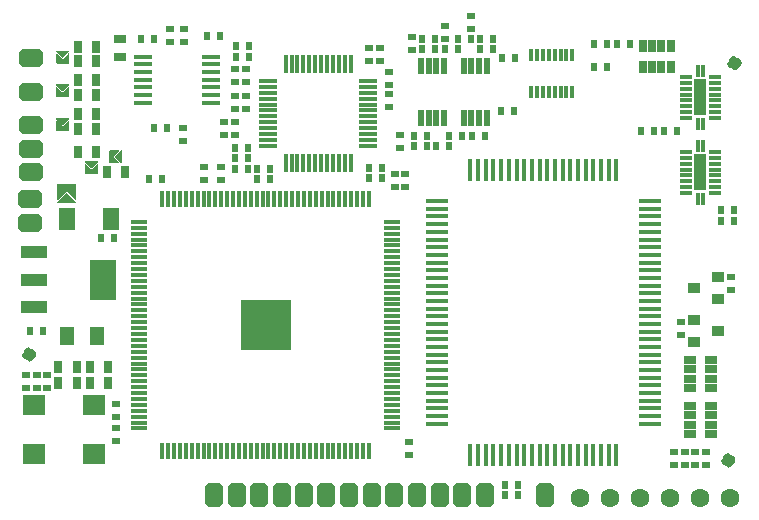
<source format=gts>
G04*
G04 #@! TF.GenerationSoftware,Altium Limited,Altium Designer,21.7.2 (23)*
G04*
G04 Layer_Color=8388736*
%FSAX44Y44*%
%MOMM*%
G71*
G04*
G04 #@! TF.SameCoordinates,9FC8B08E-5A0B-468E-A9A2-6B38CBE9F6CB*
G04*
G04*
G04 #@! TF.FilePolarity,Negative*
G04*
G01*
G75*
%ADD46C,0.9000*%
%ADD47R,1.9000X0.4500*%
%ADD48R,0.4500X1.9000*%
%ADD49R,0.4000X1.1000*%
%ADD50R,0.5000X1.4000*%
%ADD51R,1.0500X0.6500*%
%ADD52R,1.6500X0.4500*%
%ADD53R,1.5620X0.3794*%
%ADD54R,0.3794X1.5620*%
%ADD55R,1.3000X1.5000*%
%ADD56R,1.4000X1.9000*%
%ADD57R,2.2500X3.3500*%
%ADD58R,2.2500X1.1000*%
%ADD59R,0.2000X0.2000*%
%ADD60R,0.7500X1.1000*%
%ADD61R,1.1000X0.7500*%
%ADD62R,1.9000X1.7000*%
%ADD63R,1.4533X0.3794*%
%ADD64R,0.3794X1.4533*%
%ADD65R,4.2402X4.2402*%
%ADD66R,1.0000X0.3500*%
%ADD67R,0.3500X1.0000*%
%ADD68R,1.1000X3.1000*%
G04:AMPARAMS|DCode=69|XSize=1.6mm|YSize=2.1mm|CornerRadius=0mm|HoleSize=0mm|Usage=FLASHONLY|Rotation=180.000|XOffset=0mm|YOffset=0mm|HoleType=Round|Shape=Octagon|*
%AMOCTAGOND69*
4,1,8,0.4000,-1.0500,-0.4000,-1.0500,-0.8000,-0.6500,-0.8000,0.6500,-0.4000,1.0500,0.4000,1.0500,0.8000,0.6500,0.8000,-0.6500,0.4000,-1.0500,0.0*
%
%ADD69OCTAGOND69*%

%ADD70R,0.7000X0.6000*%
%ADD71R,1.0000X0.9000*%
%ADD72R,0.6000X0.7000*%
%ADD73R,0.6500X1.0500*%
G04:AMPARAMS|DCode=74|XSize=1.6mm|YSize=2.1mm|CornerRadius=0mm|HoleSize=0mm|Usage=FLASHONLY|Rotation=90.000|XOffset=0mm|YOffset=0mm|HoleType=Round|Shape=Octagon|*
%AMOCTAGOND74*
4,1,8,-1.0500,-0.4000,-1.0500,0.4000,-0.6500,0.8000,0.6500,0.8000,1.0500,0.4000,1.0500,-0.4000,0.6500,-0.8000,-0.6500,-0.8000,-1.0500,-0.4000,0.0*
%
%ADD74OCTAGOND74*%

%ADD75R,0.2000X0.2000*%
%ADD76C,1.6000*%
%ADD77C,3.1000*%
G36*
X00484348Y00897843D02*
X00484442Y00897814D01*
X00484529Y00897768D01*
X00484605Y00897705D01*
X00484668Y00897629D01*
X00484714Y00897542D01*
X00484743Y00897448D01*
X00484753Y00897350D01*
X00484744Y00897261D01*
X00484743Y00897252D01*
X00484714Y00897158D01*
X00484668Y00897071D01*
X00484634Y00897029D01*
X00484605Y00896995D01*
X00484605Y00896995D01*
X00479605Y00891995D01*
X00479529Y00891932D01*
X00479442Y00891886D01*
X00479348Y00891857D01*
X00479250Y00891848D01*
X00479152Y00891857D01*
X00479058Y00891886D01*
X00478971Y00891932D01*
X00478895Y00891995D01*
X00478895Y00891995D01*
X00473895Y00896995D01*
X00473833Y00897071D01*
X00473786Y00897158D01*
X00473779Y00897180D01*
X00473758Y00897252D01*
X00473753Y00897301D01*
X00473748Y00897350D01*
X00473753Y00897399D01*
X00473758Y00897448D01*
X00473779Y00897520D01*
X00473786Y00897542D01*
X00473833Y00897629D01*
X00473895Y00897705D01*
X00473971Y00897768D01*
X00474058Y00897814D01*
X00474080Y00897821D01*
X00474152Y00897843D01*
X00474201Y00897848D01*
X00474250Y00897852D01*
X00474250Y00897852D01*
X00484250D01*
X00484250Y00897852D01*
X00484348Y00897843D01*
D02*
G37*
G36*
X00504799Y00906848D02*
X00504848Y00906843D01*
X00504920Y00906821D01*
X00504942Y00906814D01*
X00505029Y00906768D01*
X00505105Y00906705D01*
X00505168Y00906629D01*
X00505214Y00906542D01*
X00505221Y00906520D01*
X00505243Y00906448D01*
X00505248Y00906399D01*
X00505252Y00906350D01*
X00505252Y00906350D01*
Y00896350D01*
X00505252Y00896350D01*
X00505243Y00896252D01*
X00505214Y00896158D01*
X00505168Y00896071D01*
X00505105Y00895995D01*
X00505029Y00895932D01*
X00504942Y00895886D01*
X00504848Y00895857D01*
X00504750Y00895848D01*
X00504661Y00895856D01*
X00504652Y00895857D01*
X00504558Y00895886D01*
X00504471Y00895932D01*
X00504429Y00895967D01*
X00504395Y00895995D01*
X00504395Y00895995D01*
X00499395Y00900995D01*
X00499332Y00901071D01*
X00499286Y00901158D01*
X00499257Y00901252D01*
X00499248Y00901350D01*
X00499257Y00901448D01*
X00499286Y00901542D01*
X00499332Y00901629D01*
X00499395Y00901705D01*
X00499395Y00901705D01*
X00504395Y00906705D01*
X00504471Y00906768D01*
X00504558Y00906814D01*
X00504580Y00906821D01*
X00504652Y00906843D01*
X00504701Y00906848D01*
X00504750Y00906852D01*
X00504799Y00906848D01*
D02*
G37*
G36*
X00502299D02*
X00502348Y00906843D01*
X00502420Y00906821D01*
X00502442Y00906814D01*
X00502529Y00906768D01*
X00502605Y00906705D01*
X00502668Y00906629D01*
X00502714Y00906542D01*
X00502721Y00906520D01*
X00502743Y00906448D01*
X00502748Y00906399D01*
X00502752Y00906350D01*
X00502748Y00906301D01*
X00502743Y00906252D01*
X00502721Y00906180D01*
X00502714Y00906158D01*
X00502668Y00906071D01*
X00502605Y00905995D01*
X00497961Y00901350D01*
X00502605Y00896705D01*
X00502668Y00896629D01*
X00502714Y00896542D01*
X00502743Y00896448D01*
X00502752Y00896350D01*
X00502743Y00896252D01*
X00502714Y00896158D01*
X00502668Y00896071D01*
X00502605Y00895995D01*
X00502529Y00895932D01*
X00502442Y00895886D01*
X00502348Y00895857D01*
X00502250Y00895848D01*
X00502250Y00895848D01*
X00494750D01*
X00494652Y00895857D01*
X00494558Y00895886D01*
X00494471Y00895932D01*
X00494395Y00895995D01*
X00494332Y00896071D01*
X00494286Y00896158D01*
X00494257Y00896252D01*
X00494248Y00896350D01*
Y00906350D01*
X00494257Y00906448D01*
X00494286Y00906542D01*
X00494332Y00906629D01*
X00494395Y00906705D01*
X00494471Y00906768D01*
X00494558Y00906814D01*
X00494652Y00906843D01*
X00494750Y00906852D01*
X00502250D01*
X00502250Y00906852D01*
X00502299Y00906848D01*
D02*
G37*
G36*
X00484348Y00895343D02*
X00484442Y00895314D01*
X00484529Y00895268D01*
X00484605Y00895205D01*
X00484668Y00895129D01*
X00484714Y00895042D01*
X00484743Y00894948D01*
X00484753Y00894850D01*
X00484753Y00894850D01*
Y00887350D01*
X00484743Y00887252D01*
X00484714Y00887158D01*
X00484668Y00887071D01*
X00484605Y00886995D01*
X00484529Y00886932D01*
X00484442Y00886886D01*
X00484348Y00886857D01*
X00484250Y00886848D01*
X00474250D01*
X00474152Y00886857D01*
X00474058Y00886886D01*
X00473971Y00886932D01*
X00473895Y00886995D01*
X00473833Y00887071D01*
X00473786Y00887158D01*
X00473758Y00887252D01*
X00473748Y00887350D01*
Y00894850D01*
X00473748Y00894850D01*
X00473753Y00894899D01*
X00473758Y00894948D01*
X00473779Y00895020D01*
X00473786Y00895042D01*
X00473833Y00895129D01*
X00473895Y00895205D01*
X00473971Y00895268D01*
X00474058Y00895314D01*
X00474080Y00895321D01*
X00474152Y00895343D01*
X00474201Y00895348D01*
X00474250Y00895352D01*
X00474299Y00895348D01*
X00474348Y00895343D01*
X00474421Y00895321D01*
X00474442Y00895314D01*
X00474529Y00895268D01*
X00474605Y00895205D01*
X00479250Y00890561D01*
X00483895Y00895205D01*
X00483971Y00895268D01*
X00484058Y00895314D01*
X00484152Y00895343D01*
X00484250Y00895352D01*
X00484348Y00895343D01*
D02*
G37*
G36*
X00465848Y00878343D02*
X00465942Y00878314D01*
X00466029Y00878268D01*
X00466105Y00878205D01*
X00466168Y00878129D01*
X00466214Y00878042D01*
X00466243Y00877948D01*
X00466252Y00877850D01*
Y00865350D01*
X00466253Y00865350D01*
X00466248Y00865301D01*
X00466243Y00865252D01*
X00466221Y00865180D01*
X00466214Y00865158D01*
X00466168Y00865071D01*
X00466105Y00864995D01*
X00466029Y00864932D01*
X00465942Y00864886D01*
X00465920Y00864879D01*
X00465848Y00864857D01*
X00465799Y00864852D01*
X00465750Y00864848D01*
X00465701Y00864852D01*
X00465652Y00864857D01*
X00465580Y00864879D01*
X00465558Y00864886D01*
X00465471Y00864932D01*
X00465395Y00864995D01*
X00458250Y00872140D01*
X00451105Y00864995D01*
X00451105Y00864995D01*
X00451029Y00864932D01*
X00450942Y00864886D01*
X00450920Y00864879D01*
X00450848Y00864857D01*
X00450750Y00864848D01*
X00450652Y00864857D01*
X00450558Y00864886D01*
X00450471Y00864932D01*
X00450395Y00864995D01*
X00450332Y00865071D01*
X00450286Y00865158D01*
X00450257Y00865252D01*
X00450248Y00865350D01*
Y00877850D01*
X00450257Y00877948D01*
X00450286Y00878042D01*
X00450332Y00878129D01*
X00450395Y00878205D01*
X00450471Y00878268D01*
X00450558Y00878314D01*
X00450652Y00878343D01*
X00450750Y00878352D01*
X00465750D01*
X00465848Y00878343D01*
D02*
G37*
G36*
X00458348Y00870843D02*
X00458414Y00870823D01*
X00458442Y00870814D01*
X00458529Y00870768D01*
X00458605Y00870705D01*
X00458605Y00870705D01*
X00466105Y00863205D01*
X00466168Y00863129D01*
X00466214Y00863042D01*
X00466221Y00863020D01*
X00466243Y00862948D01*
X00466248Y00862899D01*
X00466253Y00862850D01*
X00466248Y00862801D01*
X00466243Y00862752D01*
X00466221Y00862680D01*
X00466214Y00862658D01*
X00466168Y00862571D01*
X00466105Y00862495D01*
X00466029Y00862432D01*
X00465942Y00862386D01*
X00465920Y00862379D01*
X00465848Y00862357D01*
X00465799Y00862352D01*
X00465750Y00862348D01*
X00465750Y00862348D01*
X00450750D01*
X00450750Y00862348D01*
X00450701Y00862352D01*
X00450652Y00862357D01*
X00450580Y00862379D01*
X00450558Y00862386D01*
X00450471Y00862432D01*
X00450395Y00862495D01*
X00450332Y00862571D01*
X00450286Y00862658D01*
X00450279Y00862680D01*
X00450257Y00862752D01*
X00450252Y00862801D01*
X00450248Y00862850D01*
X00450252Y00862899D01*
X00450257Y00862948D01*
X00450279Y00863020D01*
X00450286Y00863042D01*
X00450332Y00863129D01*
X00450395Y00863205D01*
X00457895Y00870705D01*
X00457971Y00870768D01*
X00458058Y00870814D01*
X00458152Y00870843D01*
X00458250Y00870853D01*
X00458348Y00870843D01*
D02*
G37*
G36*
X00459848Y00991343D02*
X00459942Y00991314D01*
X00460029Y00991268D01*
X00460105Y00991205D01*
X00460168Y00991129D01*
X00460214Y00991042D01*
X00460243Y00990948D01*
X00460252Y00990850D01*
X00460244Y00990761D01*
X00460243Y00990752D01*
X00460214Y00990658D01*
X00460168Y00990571D01*
X00460133Y00990529D01*
X00460105Y00990495D01*
X00460105Y00990495D01*
X00455105Y00985495D01*
X00455029Y00985432D01*
X00454942Y00985386D01*
X00454848Y00985357D01*
X00454750Y00985348D01*
X00454652Y00985357D01*
X00454558Y00985386D01*
X00454471Y00985432D01*
X00454395Y00985495D01*
X00454395Y00985495D01*
X00449395Y00990495D01*
X00449332Y00990571D01*
X00449286Y00990658D01*
X00449279Y00990680D01*
X00449257Y00990752D01*
X00449252Y00990801D01*
X00449248Y00990850D01*
X00449252Y00990899D01*
X00449257Y00990948D01*
X00449279Y00991020D01*
X00449286Y00991042D01*
X00449332Y00991129D01*
X00449395Y00991205D01*
X00449471Y00991268D01*
X00449558Y00991314D01*
X00449580Y00991321D01*
X00449652Y00991343D01*
X00449701Y00991348D01*
X00449750Y00991352D01*
X00449750Y00991352D01*
X00459750D01*
X00459750Y00991352D01*
X00459848Y00991343D01*
D02*
G37*
G36*
Y00988843D02*
X00459942Y00988814D01*
X00460029Y00988768D01*
X00460105Y00988705D01*
X00460168Y00988629D01*
X00460214Y00988542D01*
X00460243Y00988448D01*
X00460252Y00988350D01*
X00460252Y00988350D01*
Y00980850D01*
X00460243Y00980752D01*
X00460214Y00980658D01*
X00460168Y00980571D01*
X00460105Y00980495D01*
X00460029Y00980432D01*
X00459942Y00980386D01*
X00459848Y00980357D01*
X00459750Y00980348D01*
X00449750D01*
X00449652Y00980357D01*
X00449558Y00980386D01*
X00449471Y00980432D01*
X00449395Y00980495D01*
X00449332Y00980571D01*
X00449286Y00980658D01*
X00449257Y00980752D01*
X00449248Y00980850D01*
Y00988350D01*
X00449248Y00988350D01*
X00449252Y00988399D01*
X00449257Y00988448D01*
X00449279Y00988520D01*
X00449286Y00988542D01*
X00449332Y00988629D01*
X00449395Y00988705D01*
X00449471Y00988768D01*
X00449558Y00988814D01*
X00449580Y00988821D01*
X00449652Y00988843D01*
X00449701Y00988848D01*
X00449750Y00988852D01*
X00449799Y00988848D01*
X00449848Y00988843D01*
X00449920Y00988821D01*
X00449942Y00988814D01*
X00450029Y00988768D01*
X00450105Y00988705D01*
X00454750Y00984061D01*
X00459395Y00988705D01*
X00459471Y00988768D01*
X00459558Y00988814D01*
X00459652Y00988843D01*
X00459750Y00988852D01*
X00459848Y00988843D01*
D02*
G37*
G36*
Y00962843D02*
X00459942Y00962814D01*
X00460029Y00962768D01*
X00460105Y00962705D01*
X00460168Y00962629D01*
X00460214Y00962542D01*
X00460243Y00962448D01*
X00460252Y00962350D01*
X00460244Y00962261D01*
X00460243Y00962252D01*
X00460214Y00962158D01*
X00460168Y00962071D01*
X00460133Y00962029D01*
X00460105Y00961995D01*
X00460105Y00961995D01*
X00455105Y00956995D01*
X00455029Y00956932D01*
X00454942Y00956886D01*
X00454848Y00956857D01*
X00454750Y00956848D01*
X00454652Y00956857D01*
X00454558Y00956886D01*
X00454471Y00956932D01*
X00454395Y00956995D01*
X00454395Y00956995D01*
X00449395Y00961995D01*
X00449332Y00962071D01*
X00449286Y00962158D01*
X00449279Y00962180D01*
X00449257Y00962252D01*
X00449252Y00962301D01*
X00449248Y00962350D01*
X00449252Y00962399D01*
X00449257Y00962448D01*
X00449279Y00962520D01*
X00449286Y00962542D01*
X00449332Y00962629D01*
X00449395Y00962705D01*
X00449471Y00962768D01*
X00449558Y00962814D01*
X00449580Y00962821D01*
X00449652Y00962843D01*
X00449701Y00962848D01*
X00449750Y00962852D01*
X00449750Y00962852D01*
X00459750D01*
X00459750Y00962852D01*
X00459848Y00962843D01*
D02*
G37*
G36*
Y00960343D02*
X00459942Y00960314D01*
X00460029Y00960268D01*
X00460105Y00960205D01*
X00460168Y00960129D01*
X00460214Y00960042D01*
X00460243Y00959948D01*
X00460252Y00959850D01*
X00460252Y00959850D01*
Y00952350D01*
X00460243Y00952252D01*
X00460214Y00952158D01*
X00460168Y00952071D01*
X00460105Y00951995D01*
X00460029Y00951932D01*
X00459942Y00951886D01*
X00459848Y00951857D01*
X00459750Y00951848D01*
X00449750D01*
X00449652Y00951857D01*
X00449558Y00951886D01*
X00449471Y00951932D01*
X00449395Y00951995D01*
X00449332Y00952071D01*
X00449286Y00952158D01*
X00449257Y00952252D01*
X00449248Y00952350D01*
Y00959850D01*
X00449248Y00959850D01*
X00449252Y00959899D01*
X00449257Y00959948D01*
X00449279Y00960020D01*
X00449286Y00960042D01*
X00449332Y00960129D01*
X00449395Y00960205D01*
X00449471Y00960268D01*
X00449558Y00960314D01*
X00449580Y00960321D01*
X00449652Y00960343D01*
X00449701Y00960348D01*
X00449750Y00960352D01*
X00449799Y00960348D01*
X00449848Y00960343D01*
X00449920Y00960321D01*
X00449942Y00960314D01*
X00450029Y00960268D01*
X00450105Y00960205D01*
X00454750Y00955561D01*
X00459395Y00960205D01*
X00459471Y00960268D01*
X00459558Y00960314D01*
X00459652Y00960343D01*
X00459750Y00960352D01*
X00459848Y00960343D01*
D02*
G37*
G36*
Y00934343D02*
X00459942Y00934314D01*
X00460029Y00934268D01*
X00460105Y00934205D01*
X00460168Y00934129D01*
X00460214Y00934042D01*
X00460243Y00933948D01*
X00460252Y00933850D01*
X00460244Y00933761D01*
X00460243Y00933752D01*
X00460214Y00933658D01*
X00460168Y00933571D01*
X00460133Y00933529D01*
X00460105Y00933495D01*
X00460105Y00933495D01*
X00455105Y00928495D01*
X00455029Y00928432D01*
X00454942Y00928386D01*
X00454848Y00928357D01*
X00454750Y00928347D01*
X00454652Y00928357D01*
X00454558Y00928386D01*
X00454471Y00928432D01*
X00454395Y00928495D01*
X00454395Y00928495D01*
X00449395Y00933495D01*
X00449332Y00933571D01*
X00449286Y00933658D01*
X00449279Y00933680D01*
X00449257Y00933752D01*
X00449252Y00933801D01*
X00449248Y00933850D01*
X00449252Y00933899D01*
X00449257Y00933948D01*
X00449279Y00934020D01*
X00449286Y00934042D01*
X00449332Y00934129D01*
X00449395Y00934205D01*
X00449471Y00934268D01*
X00449558Y00934314D01*
X00449580Y00934321D01*
X00449652Y00934343D01*
X00449701Y00934348D01*
X00449750Y00934352D01*
X00449750Y00934352D01*
X00459750D01*
X00459750Y00934352D01*
X00459848Y00934343D01*
D02*
G37*
G36*
Y00931843D02*
X00459942Y00931814D01*
X00460029Y00931768D01*
X00460105Y00931705D01*
X00460168Y00931629D01*
X00460214Y00931542D01*
X00460243Y00931448D01*
X00460252Y00931350D01*
X00460252Y00931350D01*
Y00923850D01*
X00460243Y00923752D01*
X00460214Y00923658D01*
X00460168Y00923571D01*
X00460105Y00923495D01*
X00460029Y00923432D01*
X00459942Y00923386D01*
X00459848Y00923357D01*
X00459750Y00923348D01*
X00449750D01*
X00449652Y00923357D01*
X00449558Y00923386D01*
X00449471Y00923432D01*
X00449395Y00923495D01*
X00449332Y00923571D01*
X00449286Y00923658D01*
X00449257Y00923752D01*
X00449248Y00923850D01*
Y00931350D01*
X00449248Y00931350D01*
X00449252Y00931399D01*
X00449257Y00931448D01*
X00449279Y00931520D01*
X00449286Y00931542D01*
X00449332Y00931629D01*
X00449395Y00931705D01*
X00449471Y00931768D01*
X00449558Y00931814D01*
X00449580Y00931821D01*
X00449652Y00931843D01*
X00449701Y00931848D01*
X00449750Y00931852D01*
X00449799Y00931848D01*
X00449848Y00931843D01*
X00449920Y00931821D01*
X00449942Y00931814D01*
X00450029Y00931768D01*
X00450105Y00931705D01*
X00454750Y00927060D01*
X00459395Y00931705D01*
X00459471Y00931768D01*
X00459558Y00931814D01*
X00459652Y00931843D01*
X00459750Y00931852D01*
X00459848Y00931843D01*
D02*
G37*
D46*
X00427750Y00734100D02*
G03*
X00427750Y00734100I-00001500J00000000D01*
G01*
X01025000Y00980600D02*
G03*
X01025000Y00980600I-00001500J00000000D01*
G01*
X01019750Y00644350D02*
G03*
X01019750Y00644350I-00001500J00000000D01*
G01*
D47*
X00771750Y00857350D02*
D03*
Y00863850D02*
D03*
Y00850850D02*
D03*
Y00837850D02*
D03*
Y00844350D02*
D03*
Y00824850D02*
D03*
Y00831350D02*
D03*
Y00811850D02*
D03*
Y00818350D02*
D03*
Y00798850D02*
D03*
Y00805350D02*
D03*
Y00785850D02*
D03*
Y00792350D02*
D03*
Y00772850D02*
D03*
Y00779350D02*
D03*
Y00688350D02*
D03*
Y00681850D02*
D03*
Y00701350D02*
D03*
Y00694850D02*
D03*
Y00714350D02*
D03*
Y00707850D02*
D03*
Y00727350D02*
D03*
Y00720850D02*
D03*
Y00740350D02*
D03*
Y00733850D02*
D03*
Y00753350D02*
D03*
Y00746850D02*
D03*
Y00759850D02*
D03*
Y00766350D02*
D03*
Y00675350D02*
D03*
X00951750Y00863850D02*
D03*
Y00772850D02*
D03*
Y00779350D02*
D03*
Y00792350D02*
D03*
Y00785850D02*
D03*
Y00805350D02*
D03*
Y00798850D02*
D03*
Y00818350D02*
D03*
Y00811850D02*
D03*
Y00831350D02*
D03*
Y00824850D02*
D03*
Y00844350D02*
D03*
Y00837850D02*
D03*
Y00857350D02*
D03*
Y00850850D02*
D03*
Y00759850D02*
D03*
Y00766350D02*
D03*
Y00746850D02*
D03*
Y00753350D02*
D03*
Y00733850D02*
D03*
Y00740350D02*
D03*
Y00720850D02*
D03*
Y00727350D02*
D03*
Y00707850D02*
D03*
Y00714350D02*
D03*
Y00694850D02*
D03*
Y00701350D02*
D03*
Y00688350D02*
D03*
Y00675350D02*
D03*
Y00681850D02*
D03*
D48*
X00897500Y00648600D02*
D03*
X00904000D02*
D03*
X00917000D02*
D03*
X00910500D02*
D03*
X00923500D02*
D03*
X00884500D02*
D03*
X00891000D02*
D03*
X00871500D02*
D03*
X00878000D02*
D03*
X00858500D02*
D03*
X00865000D02*
D03*
X00845500D02*
D03*
X00852000D02*
D03*
X00832500D02*
D03*
X00839000D02*
D03*
X00819500D02*
D03*
X00826000D02*
D03*
X00813000D02*
D03*
X00800000D02*
D03*
X00806500D02*
D03*
X00917000Y00890600D02*
D03*
X00923500D02*
D03*
X00910500D02*
D03*
X00897500D02*
D03*
X00904000D02*
D03*
X00884500D02*
D03*
X00891000D02*
D03*
X00871500D02*
D03*
X00878000D02*
D03*
X00858500D02*
D03*
X00865000D02*
D03*
X00845500D02*
D03*
X00852000D02*
D03*
X00832500D02*
D03*
X00839000D02*
D03*
X00800000D02*
D03*
X00813000D02*
D03*
X00806500D02*
D03*
X00819500D02*
D03*
X00826000D02*
D03*
D49*
X00851250Y00956600D02*
D03*
X00856250D02*
D03*
X00861250D02*
D03*
X00866250D02*
D03*
X00871250D02*
D03*
X00876250D02*
D03*
X00881250D02*
D03*
X00886250D02*
D03*
X00851250Y00987600D02*
D03*
X00856250D02*
D03*
X00861250D02*
D03*
X00866250D02*
D03*
X00871250D02*
D03*
X00876250D02*
D03*
X00881250D02*
D03*
X00886250D02*
D03*
D50*
X00777500Y00977850D02*
D03*
X00771000D02*
D03*
X00764500D02*
D03*
X00758000D02*
D03*
X00777500Y00933850D02*
D03*
X00771000D02*
D03*
X00764500D02*
D03*
X00758000D02*
D03*
X00813750Y00977850D02*
D03*
X00807250D02*
D03*
X00800750D02*
D03*
X00794250D02*
D03*
X00813750Y00933850D02*
D03*
X00807250D02*
D03*
X00800750D02*
D03*
X00794250D02*
D03*
D51*
X00985750Y00690600D02*
D03*
Y00682600D02*
D03*
Y00674600D02*
D03*
Y00666600D02*
D03*
X01003750Y00690600D02*
D03*
Y00682600D02*
D03*
Y00674600D02*
D03*
Y00666600D02*
D03*
Y00705600D02*
D03*
Y00713600D02*
D03*
Y00721600D02*
D03*
Y00729600D02*
D03*
X00985750Y00705600D02*
D03*
Y00713600D02*
D03*
Y00721600D02*
D03*
Y00729600D02*
D03*
D52*
X00580250Y00947100D02*
D03*
Y00953600D02*
D03*
Y00960100D02*
D03*
Y00966600D02*
D03*
Y00973100D02*
D03*
Y00979600D02*
D03*
Y00986100D02*
D03*
X00522750Y00947100D02*
D03*
Y00953600D02*
D03*
Y00960100D02*
D03*
Y00966600D02*
D03*
Y00973100D02*
D03*
Y00979600D02*
D03*
Y00986100D02*
D03*
D53*
X00713164Y00960600D02*
D03*
Y00955600D02*
D03*
Y00965600D02*
D03*
Y00950600D02*
D03*
Y00945600D02*
D03*
Y00940600D02*
D03*
Y00935600D02*
D03*
Y00925600D02*
D03*
Y00920600D02*
D03*
Y00930600D02*
D03*
Y00915600D02*
D03*
Y00910600D02*
D03*
X00628836Y00965600D02*
D03*
Y00955600D02*
D03*
Y00950600D02*
D03*
Y00960600D02*
D03*
Y00945600D02*
D03*
Y00940600D02*
D03*
Y00935600D02*
D03*
Y00925600D02*
D03*
Y00920600D02*
D03*
Y00930600D02*
D03*
Y00915600D02*
D03*
Y00910600D02*
D03*
D54*
X00693500Y00980264D02*
D03*
X00698500D02*
D03*
X00683500D02*
D03*
X00688500D02*
D03*
X00678500D02*
D03*
X00673500D02*
D03*
X00693500Y00895936D02*
D03*
X00698500D02*
D03*
X00683500D02*
D03*
X00688500D02*
D03*
X00678500D02*
D03*
X00673500D02*
D03*
X00663500Y00980264D02*
D03*
X00668500D02*
D03*
X00653500D02*
D03*
X00658500D02*
D03*
X00648500D02*
D03*
X00643500D02*
D03*
X00663500Y00895936D02*
D03*
X00668500D02*
D03*
X00653500D02*
D03*
X00658500D02*
D03*
X00648500D02*
D03*
X00643500D02*
D03*
D55*
X00458000Y00749350D02*
D03*
X00484000D02*
D03*
D56*
X00458250Y00849100D02*
D03*
X00495250D02*
D03*
D57*
X00488750Y00797350D02*
D03*
D58*
X00430250Y00820350D02*
D03*
Y00774350D02*
D03*
Y00797350D02*
D03*
D59*
X00458250Y00865850D02*
D03*
Y00877350D02*
D03*
X00479250Y00896850D02*
D03*
Y00887850D02*
D03*
X00454750Y00961850D02*
D03*
Y00952850D02*
D03*
Y00981350D02*
D03*
Y00990350D02*
D03*
Y00924350D02*
D03*
Y00933350D02*
D03*
D60*
X00483000Y00905850D02*
D03*
X00467500D02*
D03*
X00466500Y00709850D02*
D03*
X00451000D02*
D03*
X00466500Y00723100D02*
D03*
X00451000D02*
D03*
X00493500Y00709850D02*
D03*
X00478000D02*
D03*
X00493500Y00723100D02*
D03*
X00478000D02*
D03*
X00467500Y00925100D02*
D03*
X00483000D02*
D03*
X00467500Y00937600D02*
D03*
X00483000D02*
D03*
X00467500Y00953600D02*
D03*
X00483000D02*
D03*
X00467500Y00966100D02*
D03*
X00483000D02*
D03*
X00467500Y00982100D02*
D03*
X00483000D02*
D03*
X00467500Y00994600D02*
D03*
X00483000D02*
D03*
X00507500Y00888350D02*
D03*
X00492000D02*
D03*
D61*
X00503500Y01001350D02*
D03*
Y00985850D02*
D03*
D62*
X00430350Y00691350D02*
D03*
X00481150D02*
D03*
X00430350Y00649350D02*
D03*
X00481150D02*
D03*
D63*
X00733215Y00846350D02*
D03*
Y00841350D02*
D03*
Y00826350D02*
D03*
Y00821350D02*
D03*
Y00831350D02*
D03*
Y00811350D02*
D03*
Y00806350D02*
D03*
Y00816350D02*
D03*
Y00836350D02*
D03*
Y00796350D02*
D03*
Y00801350D02*
D03*
Y00781350D02*
D03*
Y00776350D02*
D03*
Y00786350D02*
D03*
Y00766350D02*
D03*
Y00761350D02*
D03*
Y00771350D02*
D03*
Y00791350D02*
D03*
Y00751350D02*
D03*
Y00756350D02*
D03*
Y00746350D02*
D03*
Y00731350D02*
D03*
Y00726350D02*
D03*
Y00736350D02*
D03*
Y00716350D02*
D03*
Y00711350D02*
D03*
Y00721350D02*
D03*
Y00741350D02*
D03*
Y00701350D02*
D03*
Y00706350D02*
D03*
Y00691350D02*
D03*
Y00686350D02*
D03*
Y00696350D02*
D03*
Y00676350D02*
D03*
Y00671350D02*
D03*
Y00681350D02*
D03*
X00519785Y00826350D02*
D03*
Y00846350D02*
D03*
Y00841350D02*
D03*
Y00836350D02*
D03*
Y00821350D02*
D03*
Y00816350D02*
D03*
Y00831350D02*
D03*
Y00806350D02*
D03*
Y00801350D02*
D03*
Y00811350D02*
D03*
Y00791350D02*
D03*
Y00796350D02*
D03*
Y00781350D02*
D03*
Y00776350D02*
D03*
Y00786350D02*
D03*
Y00766350D02*
D03*
Y00761350D02*
D03*
Y00771350D02*
D03*
Y00751350D02*
D03*
Y00746350D02*
D03*
Y00756350D02*
D03*
Y00731350D02*
D03*
Y00726350D02*
D03*
Y00736350D02*
D03*
Y00716350D02*
D03*
Y00711350D02*
D03*
Y00721350D02*
D03*
Y00741350D02*
D03*
Y00701350D02*
D03*
Y00706350D02*
D03*
Y00691350D02*
D03*
Y00686350D02*
D03*
Y00696350D02*
D03*
Y00676350D02*
D03*
Y00671350D02*
D03*
Y00681350D02*
D03*
D64*
X00714000Y00865565D02*
D03*
X00694000D02*
D03*
X00699000D02*
D03*
X00689000D02*
D03*
X00709000D02*
D03*
X00704000D02*
D03*
X00664000D02*
D03*
X00669000D02*
D03*
X00659000D02*
D03*
X00679000D02*
D03*
X00684000D02*
D03*
X00674000D02*
D03*
X00649000D02*
D03*
X00654000D02*
D03*
X00644000D02*
D03*
X00634000D02*
D03*
X00639000D02*
D03*
X00629000D02*
D03*
X00714000Y00652134D02*
D03*
X00694000D02*
D03*
X00699000D02*
D03*
X00689000D02*
D03*
X00709000D02*
D03*
X00704000D02*
D03*
X00664000D02*
D03*
X00669000D02*
D03*
X00659000D02*
D03*
X00679000D02*
D03*
X00684000D02*
D03*
X00674000D02*
D03*
X00649000D02*
D03*
X00654000D02*
D03*
X00644000D02*
D03*
X00634000D02*
D03*
X00639000D02*
D03*
X00629000D02*
D03*
X00604000Y00865565D02*
D03*
X00609000D02*
D03*
X00599000D02*
D03*
X00619000D02*
D03*
X00624000D02*
D03*
X00614000D02*
D03*
X00574000D02*
D03*
X00579000D02*
D03*
X00569000D02*
D03*
X00589000D02*
D03*
X00594000D02*
D03*
X00584000D02*
D03*
X00564000D02*
D03*
X00559000D02*
D03*
X00544000D02*
D03*
X00549000D02*
D03*
X00539000D02*
D03*
X00554000D02*
D03*
X00604000Y00652134D02*
D03*
X00609000D02*
D03*
X00599000D02*
D03*
X00619000D02*
D03*
X00624000D02*
D03*
X00614000D02*
D03*
X00584000D02*
D03*
X00589000D02*
D03*
X00579000D02*
D03*
X00594000D02*
D03*
X00569000D02*
D03*
X00574000D02*
D03*
X00564000D02*
D03*
X00544000D02*
D03*
X00549000D02*
D03*
X00539000D02*
D03*
X00559000D02*
D03*
X00554000D02*
D03*
D65*
X00626500Y00758850D02*
D03*
D66*
X01007250Y00934100D02*
D03*
Y00939100D02*
D03*
Y00944100D02*
D03*
Y00949100D02*
D03*
Y00954100D02*
D03*
Y00959100D02*
D03*
Y00964100D02*
D03*
Y00969100D02*
D03*
X00982250D02*
D03*
Y00964100D02*
D03*
Y00959100D02*
D03*
Y00954100D02*
D03*
Y00949100D02*
D03*
Y00944100D02*
D03*
Y00939100D02*
D03*
Y00934100D02*
D03*
Y00870600D02*
D03*
Y00875600D02*
D03*
Y00880600D02*
D03*
Y00885600D02*
D03*
Y00890600D02*
D03*
Y00895600D02*
D03*
Y00900600D02*
D03*
Y00905600D02*
D03*
X01007250D02*
D03*
Y00900600D02*
D03*
Y00895600D02*
D03*
Y00890600D02*
D03*
Y00885600D02*
D03*
Y00880600D02*
D03*
Y00875600D02*
D03*
Y00870600D02*
D03*
D67*
X00997250Y00974100D02*
D03*
X00992250D02*
D03*
X00997250Y00929100D02*
D03*
X00992250D02*
D03*
X00997250Y00865600D02*
D03*
X00992250D02*
D03*
Y00910600D02*
D03*
X00997250D02*
D03*
D68*
X00994750Y00951600D02*
D03*
Y00888100D02*
D03*
D69*
X00640500Y00614850D02*
D03*
X00812500D02*
D03*
X00862750D02*
D03*
X00735500D02*
D03*
X00716250D02*
D03*
X00697000D02*
D03*
X00678000D02*
D03*
X00659000D02*
D03*
X00621000D02*
D03*
X00602000D02*
D03*
X00582750D02*
D03*
X00754750D02*
D03*
X00774000D02*
D03*
X00793250D02*
D03*
D70*
X00432750Y00705850D02*
D03*
Y00716850D02*
D03*
X00736000Y00886850D02*
D03*
Y00875850D02*
D03*
X00745000Y00886850D02*
D03*
Y00875850D02*
D03*
X00441750Y00716850D02*
D03*
Y00705850D02*
D03*
X01020500Y00788600D02*
D03*
Y00799600D02*
D03*
X00778137Y01012140D02*
D03*
Y01001140D02*
D03*
X00800250Y01009600D02*
D03*
Y01020600D02*
D03*
X00978500Y00750850D02*
D03*
Y00761850D02*
D03*
X00546000Y01009850D02*
D03*
X00591250Y00930600D02*
D03*
Y00919600D02*
D03*
X00600500Y00930600D02*
D03*
Y00919600D02*
D03*
X00600250Y00942100D02*
D03*
Y00953100D02*
D03*
X00609750Y00942100D02*
D03*
Y00953100D02*
D03*
X00600250Y00964350D02*
D03*
Y00975350D02*
D03*
X00609750Y00964350D02*
D03*
Y00975350D02*
D03*
X00588469Y00881959D02*
D03*
Y00892959D02*
D03*
X00972250Y00651350D02*
D03*
Y00640350D02*
D03*
X00750500Y00992100D02*
D03*
Y01003100D02*
D03*
X00557500Y00998850D02*
D03*
Y01009850D02*
D03*
X00556250Y00925600D02*
D03*
Y00914600D02*
D03*
X00740750Y00909100D02*
D03*
Y00920100D02*
D03*
X00546000Y00998850D02*
D03*
X00723500Y00982100D02*
D03*
Y00993100D02*
D03*
X00714500Y00982100D02*
D03*
Y00993100D02*
D03*
X00423750Y00716850D02*
D03*
Y00705850D02*
D03*
X00499500Y00692350D02*
D03*
Y00681350D02*
D03*
X00747750Y00649100D02*
D03*
Y00660100D02*
D03*
X00499500Y00660350D02*
D03*
Y00671350D02*
D03*
X00730740Y00973020D02*
D03*
Y00962020D02*
D03*
X00730750Y00954350D02*
D03*
Y00943350D02*
D03*
X00574750Y00892850D02*
D03*
Y00881850D02*
D03*
X00999250Y00640350D02*
D03*
Y00651350D02*
D03*
X00990250D02*
D03*
Y00640350D02*
D03*
X00981250Y00651350D02*
D03*
Y00640350D02*
D03*
D71*
X00989500Y00763600D02*
D03*
Y00744600D02*
D03*
X01009500Y00754100D02*
D03*
Y00780600D02*
D03*
Y00799600D02*
D03*
X00989500Y00790100D02*
D03*
D72*
X00923750Y00996600D02*
D03*
X00934750D02*
D03*
X00714000Y00883100D02*
D03*
X00725000D02*
D03*
X00619000Y00882600D02*
D03*
X00630000D02*
D03*
X01012000Y00847350D02*
D03*
X01023000D02*
D03*
X00825500Y00940100D02*
D03*
X00836500D02*
D03*
X00600250Y00900100D02*
D03*
X00611250D02*
D03*
X00600250Y00908850D02*
D03*
X00611250D02*
D03*
X00601250Y00994850D02*
D03*
X00612250D02*
D03*
X00601250Y00985600D02*
D03*
X00612250D02*
D03*
X00487000Y00832600D02*
D03*
X00498000D02*
D03*
X00714000Y00891850D02*
D03*
X00725000D02*
D03*
X01012000Y00856100D02*
D03*
X01023000D02*
D03*
X00963750Y00923600D02*
D03*
X00974750D02*
D03*
X00782250Y00919100D02*
D03*
X00793250D02*
D03*
X00808000Y00992600D02*
D03*
X00819000D02*
D03*
X00778250Y00992600D02*
D03*
X00789250D02*
D03*
X00758750Y01001350D02*
D03*
X00769750D02*
D03*
X00758750Y00992600D02*
D03*
X00769750D02*
D03*
X00771250Y00910350D02*
D03*
X00782250D02*
D03*
X00600250Y00891350D02*
D03*
X00611250D02*
D03*
X00542750Y00925600D02*
D03*
X00531750D02*
D03*
X00915750Y00996600D02*
D03*
X00904750D02*
D03*
Y00977350D02*
D03*
X00915750D02*
D03*
X00539250Y00882850D02*
D03*
X00528250D02*
D03*
X00801000Y00919100D02*
D03*
X00812000D02*
D03*
X00829250Y00614850D02*
D03*
X00840250D02*
D03*
X00829250Y00623600D02*
D03*
X00840250D02*
D03*
X00955750Y00923600D02*
D03*
X00752250Y00919100D02*
D03*
X00763250D02*
D03*
X00752250Y00910350D02*
D03*
X00763250D02*
D03*
X00577250Y01003600D02*
D03*
X00588250D02*
D03*
X00520750Y01001350D02*
D03*
X00531750D02*
D03*
X00827000Y00984850D02*
D03*
X00838000D02*
D03*
X00944750Y00923600D02*
D03*
X00630000Y00891350D02*
D03*
X00619000D02*
D03*
X00819000Y01001350D02*
D03*
X00808000D02*
D03*
X00800250Y01001350D02*
D03*
X00789250D02*
D03*
X00438250Y00754100D02*
D03*
X00427250D02*
D03*
D73*
X00969750Y00995600D02*
D03*
X00961750D02*
D03*
X00953750D02*
D03*
X00945750D02*
D03*
X00969750Y00977600D02*
D03*
X00961750D02*
D03*
X00953750D02*
D03*
X00945750D02*
D03*
D74*
X00427750Y00956600D02*
D03*
Y00985100D02*
D03*
Y00928100D02*
D03*
Y00908100D02*
D03*
Y00888100D02*
D03*
X00427500Y00865600D02*
D03*
Y00845600D02*
D03*
D75*
X00495250Y00901350D02*
D03*
X00504250D02*
D03*
D76*
X00892650Y00612600D02*
D03*
X00918050D02*
D03*
X00943450D02*
D03*
X00968850D02*
D03*
X00994250D02*
D03*
X01019650D02*
D03*
D77*
X00626500Y00758850D02*
D03*
M02*

</source>
